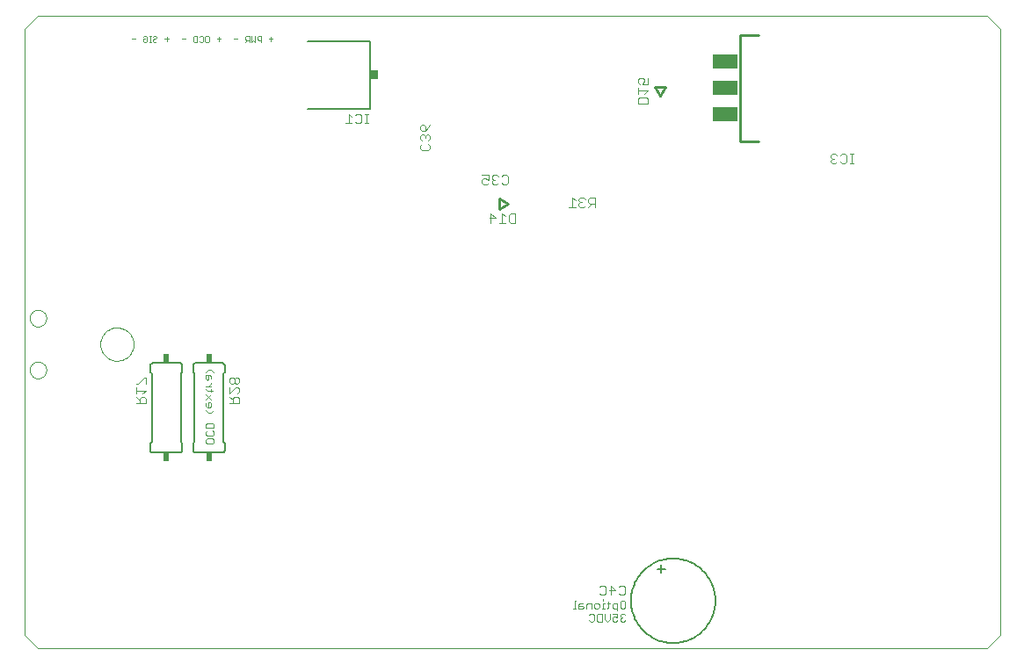
<source format=gbo>
G75*
%MOIN*%
%OFA0B0*%
%FSLAX24Y24*%
%IPPOS*%
%LPD*%
%AMOC8*
5,1,8,0,0,1.08239X$1,22.5*
%
%ADD10C,0.0000*%
%ADD11C,0.0020*%
%ADD12C,0.0040*%
%ADD13C,0.0030*%
%ADD14C,0.0100*%
%ADD15C,0.0060*%
%ADD16R,0.0240X0.0340*%
%ADD17R,0.0980X0.0560*%
%ADD18C,0.0080*%
%ADD19R,0.0300X0.0340*%
D10*
X005830Y001251D02*
X006330Y000751D01*
X042330Y000751D01*
X042830Y001251D01*
X042830Y024251D01*
X042330Y024751D01*
X006330Y024751D01*
X005830Y024251D01*
X005830Y001251D01*
X006031Y011306D02*
X006033Y011341D01*
X006039Y011376D01*
X006049Y011410D01*
X006062Y011443D01*
X006079Y011474D01*
X006100Y011502D01*
X006123Y011529D01*
X006150Y011552D01*
X006178Y011573D01*
X006209Y011590D01*
X006242Y011603D01*
X006276Y011613D01*
X006311Y011619D01*
X006346Y011621D01*
X006381Y011619D01*
X006416Y011613D01*
X006450Y011603D01*
X006483Y011590D01*
X006514Y011573D01*
X006542Y011552D01*
X006569Y011529D01*
X006592Y011502D01*
X006613Y011474D01*
X006630Y011443D01*
X006643Y011410D01*
X006653Y011376D01*
X006659Y011341D01*
X006661Y011306D01*
X006659Y011271D01*
X006653Y011236D01*
X006643Y011202D01*
X006630Y011169D01*
X006613Y011138D01*
X006592Y011110D01*
X006569Y011083D01*
X006542Y011060D01*
X006514Y011039D01*
X006483Y011022D01*
X006450Y011009D01*
X006416Y010999D01*
X006381Y010993D01*
X006346Y010991D01*
X006311Y010993D01*
X006276Y010999D01*
X006242Y011009D01*
X006209Y011022D01*
X006178Y011039D01*
X006150Y011060D01*
X006123Y011083D01*
X006100Y011110D01*
X006079Y011138D01*
X006062Y011169D01*
X006049Y011202D01*
X006039Y011236D01*
X006033Y011271D01*
X006031Y011306D01*
X006031Y013274D02*
X006033Y013309D01*
X006039Y013344D01*
X006049Y013378D01*
X006062Y013411D01*
X006079Y013442D01*
X006100Y013470D01*
X006123Y013497D01*
X006150Y013520D01*
X006178Y013541D01*
X006209Y013558D01*
X006242Y013571D01*
X006276Y013581D01*
X006311Y013587D01*
X006346Y013589D01*
X006381Y013587D01*
X006416Y013581D01*
X006450Y013571D01*
X006483Y013558D01*
X006514Y013541D01*
X006542Y013520D01*
X006569Y013497D01*
X006592Y013470D01*
X006613Y013442D01*
X006630Y013411D01*
X006643Y013378D01*
X006653Y013344D01*
X006659Y013309D01*
X006661Y013274D01*
X006659Y013239D01*
X006653Y013204D01*
X006643Y013170D01*
X006630Y013137D01*
X006613Y013106D01*
X006592Y013078D01*
X006569Y013051D01*
X006542Y013028D01*
X006514Y013007D01*
X006483Y012990D01*
X006450Y012977D01*
X006416Y012967D01*
X006381Y012961D01*
X006346Y012959D01*
X006311Y012961D01*
X006276Y012967D01*
X006242Y012977D01*
X006209Y012990D01*
X006178Y013007D01*
X006150Y013028D01*
X006123Y013051D01*
X006100Y013078D01*
X006079Y013106D01*
X006062Y013137D01*
X006049Y013170D01*
X006039Y013204D01*
X006033Y013239D01*
X006031Y013274D01*
X008708Y012290D02*
X008710Y012340D01*
X008716Y012390D01*
X008726Y012439D01*
X008740Y012487D01*
X008757Y012534D01*
X008778Y012579D01*
X008803Y012623D01*
X008831Y012664D01*
X008863Y012703D01*
X008897Y012740D01*
X008934Y012774D01*
X008974Y012804D01*
X009016Y012831D01*
X009060Y012855D01*
X009106Y012876D01*
X009153Y012892D01*
X009201Y012905D01*
X009251Y012914D01*
X009300Y012919D01*
X009351Y012920D01*
X009401Y012917D01*
X009450Y012910D01*
X009499Y012899D01*
X009547Y012884D01*
X009593Y012866D01*
X009638Y012844D01*
X009681Y012818D01*
X009722Y012789D01*
X009761Y012757D01*
X009797Y012722D01*
X009829Y012684D01*
X009859Y012644D01*
X009886Y012601D01*
X009909Y012557D01*
X009928Y012511D01*
X009944Y012463D01*
X009956Y012414D01*
X009964Y012365D01*
X009968Y012315D01*
X009968Y012265D01*
X009964Y012215D01*
X009956Y012166D01*
X009944Y012117D01*
X009928Y012069D01*
X009909Y012023D01*
X009886Y011979D01*
X009859Y011936D01*
X009829Y011896D01*
X009797Y011858D01*
X009761Y011823D01*
X009722Y011791D01*
X009681Y011762D01*
X009638Y011736D01*
X009593Y011714D01*
X009547Y011696D01*
X009499Y011681D01*
X009450Y011670D01*
X009401Y011663D01*
X009351Y011660D01*
X009300Y011661D01*
X009251Y011666D01*
X009201Y011675D01*
X009153Y011688D01*
X009106Y011704D01*
X009060Y011725D01*
X009016Y011749D01*
X008974Y011776D01*
X008934Y011806D01*
X008897Y011840D01*
X008863Y011877D01*
X008831Y011916D01*
X008803Y011957D01*
X008778Y012001D01*
X008757Y012046D01*
X008740Y012093D01*
X008726Y012141D01*
X008716Y012190D01*
X008710Y012240D01*
X008708Y012290D01*
D11*
X010375Y023761D02*
X010338Y023798D01*
X010338Y023871D01*
X010411Y023871D01*
X010338Y023944D02*
X010375Y023981D01*
X010448Y023981D01*
X010485Y023944D01*
X010485Y023798D01*
X010448Y023761D01*
X010375Y023761D01*
X010559Y023761D02*
X010632Y023761D01*
X010595Y023761D02*
X010595Y023981D01*
X010559Y023981D02*
X010632Y023981D01*
X010706Y023944D02*
X010743Y023981D01*
X010816Y023981D01*
X010853Y023944D01*
X010853Y023908D01*
X010816Y023871D01*
X010743Y023871D01*
X010706Y023834D01*
X010706Y023798D01*
X010743Y023761D01*
X010816Y023761D01*
X010853Y023798D01*
X011148Y023871D02*
X011295Y023871D01*
X011222Y023944D02*
X011222Y023798D01*
X011797Y023871D02*
X011944Y023871D01*
X012239Y023944D02*
X012276Y023981D01*
X012386Y023981D01*
X012386Y023761D01*
X012276Y023761D01*
X012239Y023798D01*
X012239Y023944D01*
X012460Y023944D02*
X012497Y023981D01*
X012570Y023981D01*
X012607Y023944D01*
X012607Y023798D01*
X012570Y023761D01*
X012497Y023761D01*
X012460Y023798D01*
X012681Y023798D02*
X012681Y023944D01*
X012718Y023981D01*
X012791Y023981D01*
X012828Y023944D01*
X012828Y023798D01*
X012791Y023761D01*
X012718Y023761D01*
X012681Y023798D01*
X013123Y023871D02*
X013270Y023871D01*
X013197Y023944D02*
X013197Y023798D01*
X013772Y023871D02*
X013919Y023871D01*
X014214Y023871D02*
X014251Y023834D01*
X014361Y023834D01*
X014361Y023761D02*
X014361Y023981D01*
X014251Y023981D01*
X014214Y023944D01*
X014214Y023871D01*
X014288Y023834D02*
X014214Y023761D01*
X014435Y023761D02*
X014435Y023981D01*
X014582Y023981D02*
X014582Y023761D01*
X014509Y023834D01*
X014435Y023761D01*
X014656Y023871D02*
X014693Y023834D01*
X014803Y023834D01*
X014803Y023761D02*
X014803Y023981D01*
X014693Y023981D01*
X014656Y023944D01*
X014656Y023871D01*
X015098Y023871D02*
X015245Y023871D01*
X015172Y023944D02*
X015172Y023798D01*
X010043Y023871D02*
X009896Y023871D01*
D12*
X018126Y021031D02*
X018126Y020671D01*
X018246Y020671D02*
X018006Y020671D01*
X018246Y020911D02*
X018126Y021031D01*
X018374Y020971D02*
X018434Y021031D01*
X018554Y021031D01*
X018614Y020971D01*
X018614Y020731D01*
X018554Y020671D01*
X018434Y020671D01*
X018374Y020731D01*
X018740Y020671D02*
X018860Y020671D01*
X018800Y020671D02*
X018800Y021031D01*
X018860Y021031D02*
X018740Y021031D01*
X023188Y018714D02*
X023428Y018714D01*
X023428Y018534D01*
X023308Y018594D01*
X023248Y018594D01*
X023188Y018534D01*
X023188Y018414D01*
X023248Y018354D01*
X023368Y018354D01*
X023428Y018414D01*
X023556Y018414D02*
X023616Y018354D01*
X023737Y018354D01*
X023797Y018414D01*
X023925Y018414D02*
X023985Y018354D01*
X024105Y018354D01*
X024165Y018414D01*
X024165Y018654D01*
X024105Y018714D01*
X023985Y018714D01*
X023925Y018654D01*
X023797Y018654D02*
X023737Y018714D01*
X023616Y018714D01*
X023556Y018654D01*
X023556Y018594D01*
X023616Y018534D01*
X023556Y018474D01*
X023556Y018414D01*
X023616Y018534D02*
X023677Y018534D01*
X023518Y017256D02*
X023698Y017076D01*
X023458Y017076D01*
X023518Y016896D02*
X023518Y017256D01*
X023947Y017256D02*
X023947Y016896D01*
X024067Y016896D02*
X023826Y016896D01*
X024067Y017136D02*
X023947Y017256D01*
X024195Y017196D02*
X024255Y017256D01*
X024435Y017256D01*
X024435Y016896D01*
X024255Y016896D01*
X024195Y016956D01*
X024195Y017196D01*
X026483Y017496D02*
X026723Y017496D01*
X026603Y017496D02*
X026603Y017856D01*
X026723Y017736D01*
X026851Y017736D02*
X026912Y017676D01*
X026851Y017616D01*
X026851Y017556D01*
X026912Y017496D01*
X027032Y017496D01*
X027092Y017556D01*
X027220Y017496D02*
X027340Y017616D01*
X027280Y017616D02*
X027460Y017616D01*
X027460Y017496D02*
X027460Y017856D01*
X027280Y017856D01*
X027220Y017796D01*
X027220Y017676D01*
X027280Y017616D01*
X027092Y017796D02*
X027032Y017856D01*
X026912Y017856D01*
X026851Y017796D01*
X026851Y017736D01*
X026912Y017676D02*
X026972Y017676D01*
X029100Y021421D02*
X029100Y021601D01*
X029160Y021661D01*
X029400Y021661D01*
X029460Y021601D01*
X029460Y021421D01*
X029100Y021421D01*
X029100Y021789D02*
X029100Y022029D01*
X029100Y021909D02*
X029460Y021909D01*
X029340Y021789D01*
X029280Y022157D02*
X029340Y022278D01*
X029340Y022338D01*
X029280Y022398D01*
X029160Y022398D01*
X029100Y022338D01*
X029100Y022218D01*
X029160Y022157D01*
X029280Y022157D02*
X029460Y022157D01*
X029460Y022398D01*
X036406Y019446D02*
X036406Y019386D01*
X036466Y019326D01*
X036406Y019266D01*
X036406Y019206D01*
X036466Y019146D01*
X036586Y019146D01*
X036646Y019206D01*
X036774Y019206D02*
X036834Y019146D01*
X036954Y019146D01*
X037014Y019206D01*
X037014Y019446D01*
X036954Y019506D01*
X036834Y019506D01*
X036774Y019446D01*
X036646Y019446D02*
X036586Y019506D01*
X036466Y019506D01*
X036406Y019446D01*
X036466Y019326D02*
X036526Y019326D01*
X037140Y019146D02*
X037260Y019146D01*
X037200Y019146D02*
X037200Y019506D01*
X037260Y019506D02*
X037140Y019506D01*
X013970Y010973D02*
X013910Y011033D01*
X013850Y011033D01*
X013790Y010973D01*
X013790Y010853D01*
X013850Y010793D01*
X013910Y010793D01*
X013970Y010853D01*
X013970Y010973D01*
X013790Y010973D02*
X013730Y011033D01*
X013670Y011033D01*
X013610Y010973D01*
X013610Y010853D01*
X013670Y010793D01*
X013730Y010793D01*
X013790Y010853D01*
X013850Y010664D02*
X013910Y010664D01*
X013970Y010604D01*
X013970Y010484D01*
X013910Y010424D01*
X013910Y010296D02*
X013790Y010296D01*
X013730Y010236D01*
X013730Y010056D01*
X013610Y010056D02*
X013970Y010056D01*
X013970Y010236D01*
X013910Y010296D01*
X013730Y010176D02*
X013610Y010296D01*
X013610Y010424D02*
X013850Y010664D01*
X013610Y010664D02*
X013610Y010424D01*
X010435Y010529D02*
X010075Y010529D01*
X010075Y010409D02*
X010075Y010649D01*
X010075Y010778D02*
X010135Y010778D01*
X010375Y011018D01*
X010435Y011018D01*
X010435Y010778D01*
X010435Y010529D02*
X010315Y010409D01*
X010255Y010281D02*
X010195Y010221D01*
X010195Y010041D01*
X010075Y010041D02*
X010435Y010041D01*
X010435Y010221D01*
X010375Y010281D01*
X010255Y010281D01*
X010195Y010161D02*
X010075Y010281D01*
X027633Y003071D02*
X027693Y003131D01*
X027813Y003131D01*
X027873Y003071D01*
X027873Y002831D01*
X027813Y002771D01*
X027693Y002771D01*
X027633Y002831D01*
X028001Y002951D02*
X028242Y002951D01*
X028062Y003131D01*
X028062Y002771D01*
X028370Y002831D02*
X028430Y002771D01*
X028550Y002771D01*
X028610Y002831D01*
X028610Y003071D01*
X028550Y003131D01*
X028430Y003131D01*
X028370Y003071D01*
D13*
X028470Y002556D02*
X028422Y002508D01*
X028422Y002314D01*
X028470Y002266D01*
X028567Y002266D01*
X028615Y002314D01*
X028615Y002508D01*
X028567Y002556D01*
X028470Y002556D01*
X028320Y002459D02*
X028175Y002459D01*
X028127Y002411D01*
X028127Y002314D01*
X028175Y002266D01*
X028320Y002266D01*
X028320Y002169D02*
X028320Y002459D01*
X028026Y002459D02*
X027929Y002459D01*
X027977Y002508D02*
X027977Y002314D01*
X027929Y002266D01*
X027829Y002266D02*
X027733Y002266D01*
X027781Y002266D02*
X027781Y002459D01*
X027829Y002459D01*
X027781Y002556D02*
X027781Y002604D01*
X027633Y002411D02*
X027633Y002314D01*
X027584Y002266D01*
X027488Y002266D01*
X027439Y002314D01*
X027439Y002411D01*
X027488Y002459D01*
X027584Y002459D01*
X027633Y002411D01*
X027338Y002459D02*
X027193Y002459D01*
X027145Y002411D01*
X027145Y002266D01*
X027044Y002314D02*
X026995Y002363D01*
X026850Y002363D01*
X026850Y002411D02*
X026850Y002266D01*
X026995Y002266D01*
X027044Y002314D01*
X026995Y002459D02*
X026898Y002459D01*
X026850Y002411D01*
X026749Y002556D02*
X026700Y002556D01*
X026700Y002266D01*
X026652Y002266D02*
X026749Y002266D01*
X027243Y002008D02*
X027291Y002056D01*
X027388Y002056D01*
X027436Y002008D01*
X027436Y001814D01*
X027388Y001766D01*
X027291Y001766D01*
X027243Y001814D01*
X027538Y001814D02*
X027538Y002008D01*
X027586Y002056D01*
X027731Y002056D01*
X027731Y001766D01*
X027586Y001766D01*
X027538Y001814D01*
X027832Y001863D02*
X027832Y002056D01*
X027832Y001863D02*
X027929Y001766D01*
X028026Y001863D01*
X028026Y002056D01*
X028127Y002056D02*
X028320Y002056D01*
X028320Y001911D01*
X028224Y001959D01*
X028175Y001959D01*
X028127Y001911D01*
X028127Y001814D01*
X028175Y001766D01*
X028272Y001766D01*
X028320Y001814D01*
X028422Y001814D02*
X028470Y001766D01*
X028567Y001766D01*
X028615Y001814D01*
X028518Y001911D02*
X028470Y001911D01*
X028422Y001863D01*
X028422Y001814D01*
X028470Y001911D02*
X028422Y001959D01*
X028422Y002008D01*
X028470Y002056D01*
X028567Y002056D01*
X028615Y002008D01*
X027338Y002266D02*
X027338Y002459D01*
X013010Y008564D02*
X012962Y008516D01*
X012768Y008516D01*
X012720Y008564D01*
X012720Y008661D01*
X012768Y008709D01*
X012962Y008709D01*
X013010Y008661D01*
X013010Y008564D01*
X012962Y008810D02*
X013010Y008859D01*
X013010Y008956D01*
X012962Y009004D01*
X013010Y009105D02*
X012720Y009105D01*
X012720Y009250D01*
X012768Y009299D01*
X012962Y009299D01*
X013010Y009250D01*
X013010Y009105D01*
X012768Y009004D02*
X012720Y008956D01*
X012720Y008859D01*
X012768Y008810D01*
X012962Y008810D01*
X012913Y009694D02*
X013010Y009791D01*
X012913Y009694D02*
X012817Y009694D01*
X012720Y009791D01*
X012768Y009891D02*
X012865Y009891D01*
X012913Y009939D01*
X012913Y010036D01*
X012865Y010084D01*
X012817Y010084D01*
X012817Y009891D01*
X012768Y009891D02*
X012720Y009939D01*
X012720Y010036D01*
X012720Y010186D02*
X012913Y010379D01*
X012913Y010480D02*
X012913Y010577D01*
X012962Y010529D02*
X012768Y010529D01*
X012720Y010577D01*
X012720Y010677D02*
X012913Y010677D01*
X012817Y010677D02*
X012913Y010773D01*
X012913Y010822D01*
X012913Y010971D02*
X012913Y011067D01*
X012865Y011116D01*
X012720Y011116D01*
X012720Y010971D01*
X012768Y010922D01*
X012817Y010971D01*
X012817Y011116D01*
X012720Y011217D02*
X012817Y011314D01*
X012913Y011314D01*
X013010Y011217D01*
X012720Y010379D02*
X012913Y010186D01*
X020907Y019641D02*
X020845Y019703D01*
X020845Y019826D01*
X020907Y019888D01*
X020907Y020009D02*
X020845Y020071D01*
X020845Y020194D01*
X020907Y020256D01*
X020968Y020256D01*
X021030Y020194D01*
X021030Y020133D01*
X021030Y020194D02*
X021092Y020256D01*
X021154Y020256D01*
X021215Y020194D01*
X021215Y020071D01*
X021154Y020009D01*
X021154Y019888D02*
X021215Y019826D01*
X021215Y019703D01*
X021154Y019641D01*
X020907Y019641D01*
X020907Y020377D02*
X020845Y020439D01*
X020845Y020563D01*
X020907Y020624D01*
X020968Y020624D01*
X021030Y020563D01*
X021030Y020377D01*
X020907Y020377D01*
X021030Y020377D02*
X021154Y020501D01*
X021215Y020624D01*
D14*
X023830Y017801D02*
X024180Y017601D01*
X023830Y017401D01*
X023830Y017801D01*
X029930Y021701D02*
X029730Y022051D01*
X030130Y022051D01*
X029930Y021701D01*
X032970Y019981D02*
X033670Y019981D01*
X032970Y019981D02*
X032970Y024021D01*
X033670Y024021D01*
D15*
X013430Y011476D02*
X013430Y011226D01*
X013380Y011176D01*
X013380Y008576D01*
X013430Y008526D01*
X013430Y008276D01*
X013428Y008259D01*
X013424Y008242D01*
X013417Y008226D01*
X013407Y008212D01*
X013394Y008199D01*
X013380Y008189D01*
X013364Y008182D01*
X013347Y008178D01*
X013330Y008176D01*
X012330Y008176D01*
X012313Y008178D01*
X012296Y008182D01*
X012280Y008189D01*
X012266Y008199D01*
X012253Y008212D01*
X012243Y008226D01*
X012236Y008242D01*
X012232Y008259D01*
X012230Y008276D01*
X012230Y008526D01*
X012280Y008576D01*
X012280Y011176D01*
X012230Y011226D01*
X012230Y011476D01*
X012232Y011493D01*
X012236Y011510D01*
X012243Y011526D01*
X012253Y011540D01*
X012266Y011553D01*
X012280Y011563D01*
X012296Y011570D01*
X012313Y011574D01*
X012330Y011576D01*
X013330Y011576D01*
X013347Y011574D01*
X013364Y011570D01*
X013380Y011563D01*
X013394Y011553D01*
X013407Y011540D01*
X013417Y011526D01*
X013424Y011510D01*
X013428Y011493D01*
X013430Y011476D01*
X011805Y011476D02*
X011805Y011226D01*
X011755Y011176D01*
X011755Y008576D01*
X011805Y008526D01*
X011805Y008276D01*
X011803Y008259D01*
X011799Y008242D01*
X011792Y008226D01*
X011782Y008212D01*
X011769Y008199D01*
X011755Y008189D01*
X011739Y008182D01*
X011722Y008178D01*
X011705Y008176D01*
X010705Y008176D01*
X010688Y008178D01*
X010671Y008182D01*
X010655Y008189D01*
X010641Y008199D01*
X010628Y008212D01*
X010618Y008226D01*
X010611Y008242D01*
X010607Y008259D01*
X010605Y008276D01*
X010605Y008526D01*
X010655Y008576D01*
X010655Y011176D01*
X010605Y011226D01*
X010605Y011476D01*
X010607Y011493D01*
X010611Y011510D01*
X010618Y011526D01*
X010628Y011540D01*
X010641Y011553D01*
X010655Y011563D01*
X010671Y011570D01*
X010688Y011574D01*
X010705Y011576D01*
X011705Y011576D01*
X011722Y011574D01*
X011739Y011570D01*
X011755Y011563D01*
X011769Y011553D01*
X011782Y011540D01*
X011792Y011526D01*
X011799Y011510D01*
X011803Y011493D01*
X011805Y011476D01*
X029830Y003751D02*
X030130Y003751D01*
X029980Y003901D02*
X029980Y003601D01*
X028830Y002551D02*
X028832Y002631D01*
X028838Y002710D01*
X028848Y002789D01*
X028862Y002868D01*
X028879Y002946D01*
X028901Y003023D01*
X028926Y003098D01*
X028956Y003172D01*
X028988Y003245D01*
X029025Y003316D01*
X029065Y003385D01*
X029108Y003452D01*
X029155Y003517D01*
X029204Y003579D01*
X029257Y003639D01*
X029313Y003696D01*
X029371Y003751D01*
X029432Y003802D01*
X029496Y003850D01*
X029562Y003895D01*
X029630Y003937D01*
X029700Y003975D01*
X029772Y004009D01*
X029845Y004040D01*
X029920Y004068D01*
X029997Y004091D01*
X030074Y004111D01*
X030152Y004127D01*
X030231Y004139D01*
X030310Y004147D01*
X030390Y004151D01*
X030470Y004151D01*
X030550Y004147D01*
X030629Y004139D01*
X030708Y004127D01*
X030786Y004111D01*
X030863Y004091D01*
X030940Y004068D01*
X031015Y004040D01*
X031088Y004009D01*
X031160Y003975D01*
X031230Y003937D01*
X031298Y003895D01*
X031364Y003850D01*
X031428Y003802D01*
X031489Y003751D01*
X031547Y003696D01*
X031603Y003639D01*
X031656Y003579D01*
X031705Y003517D01*
X031752Y003452D01*
X031795Y003385D01*
X031835Y003316D01*
X031872Y003245D01*
X031904Y003172D01*
X031934Y003098D01*
X031959Y003023D01*
X031981Y002946D01*
X031998Y002868D01*
X032012Y002789D01*
X032022Y002710D01*
X032028Y002631D01*
X032030Y002551D01*
X032028Y002471D01*
X032022Y002392D01*
X032012Y002313D01*
X031998Y002234D01*
X031981Y002156D01*
X031959Y002079D01*
X031934Y002004D01*
X031904Y001930D01*
X031872Y001857D01*
X031835Y001786D01*
X031795Y001717D01*
X031752Y001650D01*
X031705Y001585D01*
X031656Y001523D01*
X031603Y001463D01*
X031547Y001406D01*
X031489Y001351D01*
X031428Y001300D01*
X031364Y001252D01*
X031298Y001207D01*
X031230Y001165D01*
X031160Y001127D01*
X031088Y001093D01*
X031015Y001062D01*
X030940Y001034D01*
X030863Y001011D01*
X030786Y000991D01*
X030708Y000975D01*
X030629Y000963D01*
X030550Y000955D01*
X030470Y000951D01*
X030390Y000951D01*
X030310Y000955D01*
X030231Y000963D01*
X030152Y000975D01*
X030074Y000991D01*
X029997Y001011D01*
X029920Y001034D01*
X029845Y001062D01*
X029772Y001093D01*
X029700Y001127D01*
X029630Y001165D01*
X029562Y001207D01*
X029496Y001252D01*
X029432Y001300D01*
X029371Y001351D01*
X029313Y001406D01*
X029257Y001463D01*
X029204Y001523D01*
X029155Y001585D01*
X029108Y001650D01*
X029065Y001717D01*
X029025Y001786D01*
X028988Y001857D01*
X028956Y001930D01*
X028926Y002004D01*
X028901Y002079D01*
X028879Y002156D01*
X028862Y002234D01*
X028848Y002313D01*
X028838Y002392D01*
X028832Y002471D01*
X028830Y002551D01*
D16*
X012830Y008006D03*
X011205Y008006D03*
X011205Y011746D03*
X012830Y011746D03*
D17*
X032420Y021001D03*
X032420Y022001D03*
X032420Y023001D03*
D18*
X018930Y023791D02*
X018930Y021211D01*
X016570Y021211D01*
X016570Y023791D02*
X018930Y023791D01*
D19*
X019120Y022501D03*
M02*

</source>
